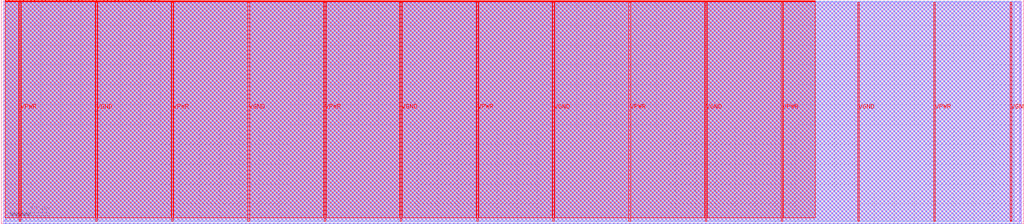
<source format=lef>
VERSION 5.7 ;
  NOWIREEXTENSIONATPIN ON ;
  DIVIDERCHAR "/" ;
  BUSBITCHARS "[]" ;
MACRO tt_um_lucaz97_rng_tests
  CLASS BLOCK ;
  FOREIGN tt_um_lucaz97_rng_tests ;
  ORIGIN 0.000 0.000 ;
  SIZE 1030.400 BY 225.760 ;
  PIN VGND
    DIRECTION INOUT ;
    USE GROUND ;
    PORT
      LAYER met4 ;
        RECT 95.080 2.480 96.680 223.280 ;
    END
    PORT
      LAYER met4 ;
        RECT 248.680 2.480 250.280 223.280 ;
    END
    PORT
      LAYER met4 ;
        RECT 402.280 2.480 403.880 223.280 ;
    END
    PORT
      LAYER met4 ;
        RECT 555.880 2.480 557.480 223.280 ;
    END
    PORT
      LAYER met4 ;
        RECT 709.480 2.480 711.080 223.280 ;
    END
    PORT
      LAYER met4 ;
        RECT 863.080 2.480 864.680 223.280 ;
    END
    PORT
      LAYER met4 ;
        RECT 1016.680 2.480 1018.280 223.280 ;
    END
  END VGND
  PIN VPWR
    DIRECTION INOUT ;
    USE POWER ;
    PORT
      LAYER met4 ;
        RECT 18.280 2.480 19.880 223.280 ;
    END
    PORT
      LAYER met4 ;
        RECT 171.880 2.480 173.480 223.280 ;
    END
    PORT
      LAYER met4 ;
        RECT 325.480 2.480 327.080 223.280 ;
    END
    PORT
      LAYER met4 ;
        RECT 479.080 2.480 480.680 223.280 ;
    END
    PORT
      LAYER met4 ;
        RECT 632.680 2.480 634.280 223.280 ;
    END
    PORT
      LAYER met4 ;
        RECT 786.280 2.480 787.880 223.280 ;
    END
    PORT
      LAYER met4 ;
        RECT 939.880 2.480 941.480 223.280 ;
    END
  END VPWR
  PIN clk
    DIRECTION INPUT ;
    USE SIGNAL ;
    ANTENNAGATEAREA 0.852000 ;
    PORT
      LAYER met4 ;
        RECT 154.870 224.760 155.170 225.760 ;
    END
  END clk
  PIN ena
    DIRECTION INPUT ;
    USE SIGNAL ;
    PORT
      LAYER met4 ;
        RECT 158.550 224.760 158.850 225.760 ;
    END
  END ena
  PIN rst_n
    DIRECTION INPUT ;
    USE SIGNAL ;
    ANTENNAGATEAREA 0.426000 ;
    PORT
      LAYER met4 ;
        RECT 151.190 224.760 151.490 225.760 ;
    END
  END rst_n
  PIN ui_in[0]
    DIRECTION INPUT ;
    USE SIGNAL ;
    ANTENNAGATEAREA 0.990000 ;
    PORT
      LAYER met4 ;
        RECT 147.510 224.760 147.810 225.760 ;
    END
  END ui_in[0]
  PIN ui_in[1]
    DIRECTION INPUT ;
    USE SIGNAL ;
    PORT
      LAYER met4 ;
        RECT 143.830 224.760 144.130 225.760 ;
    END
  END ui_in[1]
  PIN ui_in[2]
    DIRECTION INPUT ;
    USE SIGNAL ;
    PORT
      LAYER met4 ;
        RECT 140.150 224.760 140.450 225.760 ;
    END
  END ui_in[2]
  PIN ui_in[3]
    DIRECTION INPUT ;
    USE SIGNAL ;
    PORT
      LAYER met4 ;
        RECT 136.470 224.760 136.770 225.760 ;
    END
  END ui_in[3]
  PIN ui_in[4]
    DIRECTION INPUT ;
    USE SIGNAL ;
    PORT
      LAYER met4 ;
        RECT 132.790 224.760 133.090 225.760 ;
    END
  END ui_in[4]
  PIN ui_in[5]
    DIRECTION INPUT ;
    USE SIGNAL ;
    PORT
      LAYER met4 ;
        RECT 129.110 224.760 129.410 225.760 ;
    END
  END ui_in[5]
  PIN ui_in[6]
    DIRECTION INPUT ;
    USE SIGNAL ;
    PORT
      LAYER met4 ;
        RECT 125.430 224.760 125.730 225.760 ;
    END
  END ui_in[6]
  PIN ui_in[7]
    DIRECTION INPUT ;
    USE SIGNAL ;
    PORT
      LAYER met4 ;
        RECT 121.750 224.760 122.050 225.760 ;
    END
  END ui_in[7]
  PIN uio_in[0]
    DIRECTION INPUT ;
    USE SIGNAL ;
    PORT
      LAYER met4 ;
        RECT 118.070 224.760 118.370 225.760 ;
    END
  END uio_in[0]
  PIN uio_in[1]
    DIRECTION INPUT ;
    USE SIGNAL ;
    PORT
      LAYER met4 ;
        RECT 114.390 224.760 114.690 225.760 ;
    END
  END uio_in[1]
  PIN uio_in[2]
    DIRECTION INPUT ;
    USE SIGNAL ;
    PORT
      LAYER met4 ;
        RECT 110.710 224.760 111.010 225.760 ;
    END
  END uio_in[2]
  PIN uio_in[3]
    DIRECTION INPUT ;
    USE SIGNAL ;
    PORT
      LAYER met4 ;
        RECT 107.030 224.760 107.330 225.760 ;
    END
  END uio_in[3]
  PIN uio_in[4]
    DIRECTION INPUT ;
    USE SIGNAL ;
    PORT
      LAYER met4 ;
        RECT 103.350 224.760 103.650 225.760 ;
    END
  END uio_in[4]
  PIN uio_in[5]
    DIRECTION INPUT ;
    USE SIGNAL ;
    PORT
      LAYER met4 ;
        RECT 99.670 224.760 99.970 225.760 ;
    END
  END uio_in[5]
  PIN uio_in[6]
    DIRECTION INPUT ;
    USE SIGNAL ;
    PORT
      LAYER met4 ;
        RECT 95.990 224.760 96.290 225.760 ;
    END
  END uio_in[6]
  PIN uio_in[7]
    DIRECTION INPUT ;
    USE SIGNAL ;
    PORT
      LAYER met4 ;
        RECT 92.310 224.760 92.610 225.760 ;
    END
  END uio_in[7]
  PIN uio_oe[0]
    DIRECTION OUTPUT TRISTATE ;
    USE SIGNAL ;
    PORT
      LAYER met4 ;
        RECT 29.750 224.760 30.050 225.760 ;
    END
  END uio_oe[0]
  PIN uio_oe[1]
    DIRECTION OUTPUT TRISTATE ;
    USE SIGNAL ;
    PORT
      LAYER met4 ;
        RECT 26.070 224.760 26.370 225.760 ;
    END
  END uio_oe[1]
  PIN uio_oe[2]
    DIRECTION OUTPUT TRISTATE ;
    USE SIGNAL ;
    PORT
      LAYER met4 ;
        RECT 22.390 224.760 22.690 225.760 ;
    END
  END uio_oe[2]
  PIN uio_oe[3]
    DIRECTION OUTPUT TRISTATE ;
    USE SIGNAL ;
    PORT
      LAYER met4 ;
        RECT 18.710 224.760 19.010 225.760 ;
    END
  END uio_oe[3]
  PIN uio_oe[4]
    DIRECTION OUTPUT TRISTATE ;
    USE SIGNAL ;
    PORT
      LAYER met4 ;
        RECT 15.030 224.760 15.330 225.760 ;
    END
  END uio_oe[4]
  PIN uio_oe[5]
    DIRECTION OUTPUT TRISTATE ;
    USE SIGNAL ;
    PORT
      LAYER met4 ;
        RECT 11.350 224.760 11.650 225.760 ;
    END
  END uio_oe[5]
  PIN uio_oe[6]
    DIRECTION OUTPUT TRISTATE ;
    USE SIGNAL ;
    PORT
      LAYER met4 ;
        RECT 7.670 224.760 7.970 225.760 ;
    END
  END uio_oe[6]
  PIN uio_oe[7]
    DIRECTION OUTPUT TRISTATE ;
    USE SIGNAL ;
    PORT
      LAYER met4 ;
        RECT 3.990 224.760 4.290 225.760 ;
    END
  END uio_oe[7]
  PIN uio_out[0]
    DIRECTION OUTPUT TRISTATE ;
    USE SIGNAL ;
    PORT
      LAYER met4 ;
        RECT 59.190 224.760 59.490 225.760 ;
    END
  END uio_out[0]
  PIN uio_out[1]
    DIRECTION OUTPUT TRISTATE ;
    USE SIGNAL ;
    PORT
      LAYER met4 ;
        RECT 55.510 224.760 55.810 225.760 ;
    END
  END uio_out[1]
  PIN uio_out[2]
    DIRECTION OUTPUT TRISTATE ;
    USE SIGNAL ;
    PORT
      LAYER met4 ;
        RECT 51.830 224.760 52.130 225.760 ;
    END
  END uio_out[2]
  PIN uio_out[3]
    DIRECTION OUTPUT TRISTATE ;
    USE SIGNAL ;
    PORT
      LAYER met4 ;
        RECT 48.150 224.760 48.450 225.760 ;
    END
  END uio_out[3]
  PIN uio_out[4]
    DIRECTION OUTPUT TRISTATE ;
    USE SIGNAL ;
    PORT
      LAYER met4 ;
        RECT 44.470 224.760 44.770 225.760 ;
    END
  END uio_out[4]
  PIN uio_out[5]
    DIRECTION OUTPUT TRISTATE ;
    USE SIGNAL ;
    PORT
      LAYER met4 ;
        RECT 40.790 224.760 41.090 225.760 ;
    END
  END uio_out[5]
  PIN uio_out[6]
    DIRECTION OUTPUT TRISTATE ;
    USE SIGNAL ;
    PORT
      LAYER met4 ;
        RECT 37.110 224.760 37.410 225.760 ;
    END
  END uio_out[6]
  PIN uio_out[7]
    DIRECTION OUTPUT TRISTATE ;
    USE SIGNAL ;
    PORT
      LAYER met4 ;
        RECT 33.430 224.760 33.730 225.760 ;
    END
  END uio_out[7]
  PIN uo_out[0]
    DIRECTION OUTPUT TRISTATE ;
    USE SIGNAL ;
    ANTENNADIFFAREA 1.590400 ;
    PORT
      LAYER met4 ;
        RECT 88.630 224.760 88.930 225.760 ;
    END
  END uo_out[0]
  PIN uo_out[1]
    DIRECTION OUTPUT TRISTATE ;
    USE SIGNAL ;
    ANTENNADIFFAREA 1.590400 ;
    PORT
      LAYER met4 ;
        RECT 84.950 224.760 85.250 225.760 ;
    END
  END uo_out[1]
  PIN uo_out[2]
    DIRECTION OUTPUT TRISTATE ;
    USE SIGNAL ;
    ANTENNADIFFAREA 0.891000 ;
    PORT
      LAYER met4 ;
        RECT 81.270 224.760 81.570 225.760 ;
    END
  END uo_out[2]
  PIN uo_out[3]
    DIRECTION OUTPUT TRISTATE ;
    USE SIGNAL ;
    ANTENNADIFFAREA 0.891000 ;
    PORT
      LAYER met4 ;
        RECT 77.590 224.760 77.890 225.760 ;
    END
  END uo_out[3]
  PIN uo_out[4]
    DIRECTION OUTPUT TRISTATE ;
    USE SIGNAL ;
    ANTENNADIFFAREA 0.795200 ;
    PORT
      LAYER met4 ;
        RECT 73.910 224.760 74.210 225.760 ;
    END
  END uo_out[4]
  PIN uo_out[5]
    DIRECTION OUTPUT TRISTATE ;
    USE SIGNAL ;
    ANTENNADIFFAREA 0.891000 ;
    PORT
      LAYER met4 ;
        RECT 70.230 224.760 70.530 225.760 ;
    END
  END uo_out[5]
  PIN uo_out[6]
    DIRECTION OUTPUT TRISTATE ;
    USE SIGNAL ;
    ANTENNADIFFAREA 0.891000 ;
    PORT
      LAYER met4 ;
        RECT 66.550 224.760 66.850 225.760 ;
    END
  END uo_out[6]
  PIN uo_out[7]
    DIRECTION OUTPUT TRISTATE ;
    USE SIGNAL ;
    ANTENNADIFFAREA 0.891000 ;
    PORT
      LAYER met4 ;
        RECT 62.870 224.760 63.170 225.760 ;
    END
  END uo_out[7]
  OBS
      LAYER li1 ;
        RECT 2.760 2.635 1027.640 223.125 ;
      LAYER met1 ;
        RECT 2.460 0.040 1027.940 224.360 ;
      LAYER met2 ;
        RECT 4.230 0.010 1026.620 224.390 ;
      LAYER met3 ;
        RECT 3.950 2.555 1021.135 224.225 ;
      LAYER met4 ;
        RECT 4.690 224.360 7.270 224.760 ;
        RECT 8.370 224.360 10.950 224.760 ;
        RECT 12.050 224.360 14.630 224.760 ;
        RECT 15.730 224.360 18.310 224.760 ;
        RECT 19.410 224.360 21.990 224.760 ;
        RECT 23.090 224.360 25.670 224.760 ;
        RECT 26.770 224.360 29.350 224.760 ;
        RECT 30.450 224.360 33.030 224.760 ;
        RECT 34.130 224.360 36.710 224.760 ;
        RECT 37.810 224.360 40.390 224.760 ;
        RECT 41.490 224.360 44.070 224.760 ;
        RECT 45.170 224.360 47.750 224.760 ;
        RECT 48.850 224.360 51.430 224.760 ;
        RECT 52.530 224.360 55.110 224.760 ;
        RECT 56.210 224.360 58.790 224.760 ;
        RECT 59.890 224.360 62.470 224.760 ;
        RECT 63.570 224.360 66.150 224.760 ;
        RECT 67.250 224.360 69.830 224.760 ;
        RECT 70.930 224.360 73.510 224.760 ;
        RECT 74.610 224.360 77.190 224.760 ;
        RECT 78.290 224.360 80.870 224.760 ;
        RECT 81.970 224.360 84.550 224.760 ;
        RECT 85.650 224.360 88.230 224.760 ;
        RECT 89.330 224.360 91.910 224.760 ;
        RECT 93.010 224.360 95.590 224.760 ;
        RECT 96.690 224.360 99.270 224.760 ;
        RECT 100.370 224.360 102.950 224.760 ;
        RECT 104.050 224.360 106.630 224.760 ;
        RECT 107.730 224.360 110.310 224.760 ;
        RECT 111.410 224.360 113.990 224.760 ;
        RECT 115.090 224.360 117.670 224.760 ;
        RECT 118.770 224.360 121.350 224.760 ;
        RECT 122.450 224.360 125.030 224.760 ;
        RECT 126.130 224.360 128.710 224.760 ;
        RECT 129.810 224.360 132.390 224.760 ;
        RECT 133.490 224.360 136.070 224.760 ;
        RECT 137.170 224.360 139.750 224.760 ;
        RECT 140.850 224.360 143.430 224.760 ;
        RECT 144.530 224.360 147.110 224.760 ;
        RECT 148.210 224.360 150.790 224.760 ;
        RECT 151.890 224.360 154.470 224.760 ;
        RECT 155.570 224.360 158.150 224.760 ;
        RECT 159.250 224.360 820.345 224.760 ;
        RECT 3.975 223.680 820.345 224.360 ;
        RECT 3.975 6.295 17.880 223.680 ;
        RECT 20.280 6.295 94.680 223.680 ;
        RECT 97.080 6.295 171.480 223.680 ;
        RECT 173.880 6.295 248.280 223.680 ;
        RECT 250.680 6.295 325.080 223.680 ;
        RECT 327.480 6.295 401.880 223.680 ;
        RECT 404.280 6.295 478.680 223.680 ;
        RECT 481.080 6.295 555.480 223.680 ;
        RECT 557.880 6.295 632.280 223.680 ;
        RECT 634.680 6.295 709.080 223.680 ;
        RECT 711.480 6.295 785.880 223.680 ;
        RECT 788.280 6.295 820.345 223.680 ;
  END
END tt_um_lucaz97_rng_tests
END LIBRARY


</source>
